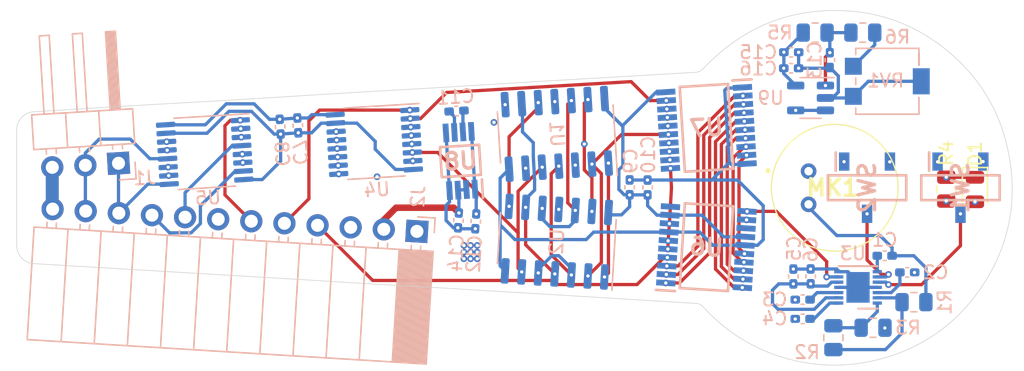
<source format=kicad_pcb>
(kicad_pcb (version 20211014) (generator pcbnew)
  (layers (0 "F.Cu" signal) (1 "In1.Cu" signal) (2 "In2.Cu" signal) (31 "B.Cu" signal) (34 "B.Paste" user) (35 "F.Paste" user) (36 "B.SilkS" user "B.Silkscreen") (37 "F.SilkS" user "F.Silkscreen") (38 "B.Mask" user) (39 "F.Mask" user) (44 "Edge.Cuts" user))
  (net 0 "")
  (net 1 "Net-(C1-Pad2)")
  (net 2 "Net-(C1-Pad1)")
  (net 3 "Net-(C2-Pad1)")
  (net 4 "GND")
  (net 5 "Net-(C3-Pad1)")
  (net 6 "Net-(C4-Pad1)")
  (net 7 "+3V3")
  (net 8 "Net-(C11-Pad1)")
  (net 9 "Net-(C11-Pad2)")
  (net 10 "Net-(C13-Pad1)")
  (net 11 "VDD")
  (net 12 "Net-(D1-Pad1)")
  (net 13 "Net-(D1-Pad2)")
  (net 14 "B2")
  (net 15 "B3")
  (net 17 "CONVST")
  (net 18 "8BIT_SEL")
  (net 19 "BIT_MODE")
  (net 21 "B0")
  (net 22 "B1")
  (net 23 "Q3")
  (net 24 "Net-(U1-Pad11)")
  (net 25 "Net-(R1-Pad2)")
  (net 26 "Net-(R2-Pad1)")
  (net 27 "Net-(R6-Pad2)")
  (net 28 "GAIN_SEL")
  (net 29 "AR_SEL")
  (net 30 "Q4")
  (net 31 "Net-(U1-Pad8)")
  (net 32 "Net-(U1-Pad4)")
  (net 33 "Q5")
  (net 34 "Net-(U1-Pad6)")
  (net 35 "Net-(U1-Pad3)")
  (net 36 "Net-(U1-Pad9)")
  (net 37 "Q6")
  (net 38 "Net-(U4-Pad4)")
  (net 39 "Net-(U1-Pad12)")
  (net 40 "Q7")
  (net 41 "Audio")
  (net 42 "D2")
  (net 43 "D1")
  (net 44 "D0")
  (net 45 "EOC")
  (net 46 "Net-(U4-Pad7)")
  (net 47 "VMID")
  (net 48 "Net-(U4-Pad9)")
  (net 49 "D7")
  (net 50 "D6")
  (net 51 "D5")
  (net 52 "D4")
  (net 53 "D3")
  (net 54 "Q2")
  (net 55 "Q1")
  (net 56 "Q0")
  (net 57 "Net-(U4-Pad12)")
  (footprint "SamacSys_Parts:CMA6542PF" (layer "F.Cu") (at 176.225 112.355)
    (fp_text reference "MK1")
    (fp_text value "Microphone" hide)
  )
  (footprint "LED_SMD:LED_0805_2012Metric" (layer "F.Cu") (at 188.96 113.76 -90)
    (fp_text reference "D1")
    (fp_text value "CLIP")
  )
  (footprint "Resistor_SMD:R_0805_2012Metric" (layer "F.Cu") (at 186.759999 113.729999 -90)
    (fp_text reference "R4")
    (fp_text value "68")
  )
  (footprint "Capacitor_SMD:C_0402_1005Metric_Pad0.74x0.62mm_HandSolder" (layer "B.Cu") (at 177.85 103.85 -90)
    (fp_text reference "C13")
    (fp_text value "1u")
  )
  (footprint "Resistor_SMD:R_0805_2012Metric" (layer "B.Cu") (at 180.375 101.75)
    (fp_text reference "R6")
    (fp_text value "5.6k")
  )
  (footprint "Connector_PinHeader_2.54mm:PinHeader_1x03_P2.54mm_Horizontal" (layer "B.Cu") (at 123.4 111.75 93.5)
    (fp_text reference "J1")
    (fp_text value "UART")
  )
  (footprint "Capacitor_SMD:C_0402_1005Metric_Pad0.74x0.62mm_HandSolder" (layer "B.Cu") (at 175.77 122.19 180)
    (fp_text reference "C3")
    (fp_text value "2.2u")
  )
  (footprint "Capacitor_SMD:C_0402_1005Metric_Pad0.74x0.62mm_HandSolder" (layer "B.Cu") (at 174.9 103.25)
    (fp_text reference "C15")
    (fp_text value ".1u")
  )
  (footprint "Capacitor_SMD:C_0402_1005Metric_Pad0.74x0.62mm_HandSolder" (layer "B.Cu") (at 175.057501 120.414996 90)
    (fp_text reference "C5")
    (fp_text value ".1u")
  )
  (footprint "Capacitor_SMD:C_0402_1005Metric_Pad0.74x0.62mm_HandSolder" (layer "B.Cu") (at 163.9 113.6 90)
    (fp_text reference "C10")
    (fp_text value "1u")
  )
  (footprint "Capacitor_SMD:C_0402_1005Metric_Pad0.74x0.62mm_HandSolder" (layer "B.Cu") (at 150.747145 116.196059 -93.5)
    (fp_text reference "C12")
    (fp_text value "2.2u")
  )
  (footprint "Capacitor_SMD:C_0402_1005Metric_Pad0.74x0.62mm_HandSolder" (layer "B.Cu") (at 149.422145 116.121059 -93.5)
    (fp_text reference "C14")
    (fp_text value "2.2u")
  )
  (footprint "Package_DFN_QFN:DFN-14-1EP_3x3mm_P0.4mm_EP1.78x2.35mm" (layer "B.Cu") (at 180.0075 121.25)
    (fp_text reference "U3")
    (fp_text value "MAX9814")
  )
  (footprint "SamacSys_Parts:SOP65P640X110-20N" (layer "B.Cu") (at 168.403746 109.041183 -176.5)
    (fp_text reference "U7")
    (fp_text value "74HC573PW,118" hide)
  )
  (footprint "Potentiometer_SMD:Potentiometer_Bourns_3214G_Horizontal" (layer "B.Cu") (at 182.25 105.475 180)
    (fp_text reference "RV1")
    (fp_text value "1k")
  )
  (footprint "Capacitor_SMD:C_0402_1005Metric_Pad0.74x0.62mm_HandSolder" (layer "B.Cu") (at 182.0475 118.83)
    (fp_text reference "C1")
    (fp_text value "0.1u")
  )
  (footprint "Resistor_SMD:R_0805_2012Metric" (layer "B.Cu") (at 178.12 125.1 -90)
    (fp_text reference "R2")
    (fp_text value "150k")
  )
  (footprint "Package_SO:TSSOP-16_4.4x5mm_P0.65mm" (layer "B.Cu") (at 142.975 110.125 -176.5)
    (fp_text reference "U4")
    (fp_text value "74CBTLV3257")
  )
  (footprint "Capacitor_SMD:C_0402_1005Metric_Pad0.74x0.62mm_HandSolder" (layer "B.Cu") (at 175.77 123.66 180)
    (fp_text reference "C4")
    (fp_text value "0.1u")
  )
  (footprint "Package_TO_SOT_SMD:SOT-23-5" (layer "B.Cu") (at 176.375 106.75 180)
    (fp_text reference "U9")
    (fp_text value "LMV321")
  )
  (footprint "Connector_PinSocket_2.54mm:PinSocket_1x12_P2.54mm_Horizontal" (layer "B.Cu") (at 146.242501 116.962887 86.5)
    (fp_text reference "J2")
    (fp_text value "Badge")
  )
  (footprint "SamacSys_Parts:SOT175P420X230-3N" (layer "B.Cu") (at 180.7 113.62 -90)
    (fp_text reference "SW2")
    (fp_text value "SW_SPDT_MSM" hide)
  )
  (footprint "Package_SO:SOIC-14_3.9x8.7mm_P1.27mm" (layer "B.Cu") (at 156.95 117.75 86.5)
    (fp_text reference "U2")
    (fp_text value "4081")
  )
  (footprint "Capacitor_SMD:C_0402_1005Metric_Pad0.74x0.62mm_HandSolder" (layer "B.Cu") (at 176.382501 120.407496 90)
    (fp_text reference "C6")
    (fp_text value "1u")
  )
  (footprint "Capacitor_SMD:C_0402_1005Metric_Pad0.74x0.62mm_HandSolder" (layer "B.Cu") (at 174.8925 104.475)
    (fp_text reference "C16")
    (fp_text value "1u")
  )
  (footprint "Capacitor_SMD:C_0402_1005Metric_Pad0.74x0.62mm_HandSolder" (layer "B.Cu") (at 135.775 108.95 -86.5)
    (fp_text reference "C8")
    (fp_text value "1u")
  )
  (footprint "SamacSys_Parts:SOP65P640X120-20N" (layer "B.Cu") (at 168.403746 118.171517 -3.5)
    (fp_text reference "U6")
    (fp_text value "AD7822BRUZ" hide)
  )
  (footprint "Resistor_SMD:R_0805_2012Metric" (layer "B.Cu") (at 184.29 122.38 180)
    (fp_text reference "R1")
    (fp_text value "2.2k")
  )
  (footprint "Capacitor_SMD:C_0402_1005Metric_Pad0.74x0.62mm_HandSolder" (layer "B.Cu") (at 183.78 120.1)
    (fp_text reference "C2")
    (fp_text value "0.47u")
  )
  (footprint "Resistor_SMD:R_0805_2012Metric" (layer "B.Cu") (at 181.16 124.34 180)
    (fp_text reference "R3")
    (fp_text value "100k")
  )
  (footprint "Capacitor_SMD:C_0402_1005Metric_Pad0.74x0.62mm_HandSolder" (layer "B.Cu") (at 149.275 107.75 -176.5)
    (fp_text reference "C11")
    (fp_text value "0.47u")
  )
  (footprint "Package_SO:TSSOP-16_4.4x5mm_P0.65mm" (layer "B.Cu") (at 130 110.9 -176.5)
    (fp_text reference "U5")
    (fp_text value "74CBTLV3257")
  )
  (footprint "Resistor_SMD:R_0805_2012Metric" (layer "B.Cu") (at 176.725 101.75)
    (fp_text reference "R5")
    (fp_text value "10k")
  )
  (footprint "SamacSys_Parts:SOP65P490X110-8N" (layer "B.Cu") (at 149.575 111.575 93.5)
    (fp_text reference "U8")
    (fp_text value "MAX1595EUA33+T" hide)
  )
  (footprint "SamacSys_Parts:SOT175P420X230-3N" (layer "B.Cu") (at 187.85 113.62 -90)
    (fp_text reference "SW1")
    (fp_text value "SW_SPDT_MSM" hide)
  )
  (footprint "Capacitor_SMD:C_0402_1005Metric_Pad0.74x0.62mm_HandSolder" (layer "B.Cu") (at 162.525 113.5925 90)
    (fp_text reference "C9")
    (fp_text value ".1u")
  )
  (footprint "Capacitor_SMD:C_0402_1005Metric_Pad0.74x0.62mm_HandSolder" (layer "B.Cu") (at 137.125 108.85 -86.5)
    (fp_text reference "C7")
    (fp_text value ".1u")
  )
  (footprint "Package_SO:SOIC-14_3.9x8.7mm_P1.27mm" (layer "B.Cu") (at 156.95 109.5 93.5)
    (fp_text reference "U1")
    (fp_text value "74HC86")
  )
  (gr_curve locked (pts (xy 191.592545 111.303813) (xy 192.220978 114.927101) (xy 191.482572 118.287228) (xy 189.408756 121.307614)) (layer "Edge.Cuts") (width 0.05))
  (gr_curve locked (pts (xy 161.066621 105.16878) (xy 163.234696 105.043091) (xy 165.402784 104.913483) (xy 167.570859 104.787796)) (layer "Edge.Cuts") (width 0.05))
  (gr_curve locked (pts (xy 164.583866 122.291499) (xy 162.76338 122.181523) (xy 160.940933 122.065665) (xy 159.118494 121.955679)) (layer "Edge.Cuts") (width 0.05))
  (gr_curve locked (pts (xy 123.451238 119.82295) (xy 122.035307 119.738507) (xy 120.619376 119.654063) (xy 119.203456 119.56962)) (layer "Edge.Cuts") (width 0.05))
  (gr_curve locked (pts (xy 167.570859 104.787796) (xy 167.820272 104.774046) (xy 167.998975 104.677822) (xy 168.17769 104.487332)) (layer "Edge.Cuts") (width 0.05))
  (gr_curve locked (pts (xy 146.084108 121.176113) (xy 146.055196 121.173284) (xy 145.997154 121.170148) (xy 145.997154 121.170148)) (layer "Edge.Cuts") (width 0.05))
  (gr_curve locked (pts (xy 167.694578 122.485919) (xy 166.657679 122.411291) (xy 165.620766 122.356308) (xy 164.583866 122.291499)) (layer "Edge.Cuts") (width 0.05))
  (gr_curve locked (pts (xy 117.742359 107.753199) (xy 120.430852 107.58823) (xy 123.119351 107.423266) (xy 125.809813 107.264194)) (layer "Edge.Cuts") (width 0.05))
  (gr_curve locked (pts (xy 153.935919 121.645399) (xy 151.720717 121.51186) (xy 149.503532 121.378322) (xy 147.288325 121.240847)) (layer "Edge.Cuts") (width 0.05))
  (gr_curve locked (pts (xy 143.843747 121.05035) (xy 142.033089 120.946273) (xy 140.22439 120.826472) (xy 138.413735 120.716497)) (layer "Edge.Cuts") (width 0.05))
  (gr_curve locked (pts (xy 174.656393 126.72585) (xy 172.068054 126.028691) (xy 169.888185 124.655957) (xy 168.087349 122.67445)) (layer "Edge.Cuts") (width 0.05))
  (gr_curve locked (pts (xy 138.413735 120.716497) (xy 136.842666 120.62027) (xy 135.271593 120.526007) (xy 133.698553 120.433701)) (layer "Edge.Cuts") (width 0.05))
  (gr_curve locked (pts (xy 119.203456 119.56962) (xy 118.440097 119.523013) (xy 117.676739 119.476406) (xy 116.907159 119.429279)) (layer "Edge.Cuts") (width 0.05))
  (gr_curve locked (pts (xy 142.590814 106.260674) (xy 144.364164 106.156596) (xy 146.141439 106.066255) (xy 147.914791 105.958245)) (layer "Edge.Cuts") (width 0.05))
  (gr_curve locked (pts (xy 147.288325 121.240847) (xy 146.974835 121.222072) (xy 146.397428 121.206762) (xy 146.084108 121.176113)) (layer "Edge.Cuts") (width 0.05))
  (gr_curve locked (pts (xy 131.204473 106.961766) (xy 132.013577 106.914637) (xy 132.822677 106.859643) (xy 133.633744 106.816446)) (layer "Edge.Cuts") (width 0.05))
  (gr_curve locked (pts (xy 116.907159 119.429279) (xy 116.178257 119.384643) (xy 115.609629 118.78052) (xy 115.609631 118.050246)) (layer "Edge.Cuts") (width 0.05))
  (gr_curve locked (pts (xy 115.609632 109.19018) (xy 115.609628 108.464238) (xy 116.171646 107.864057) (xy 116.895627 107.810773)) (layer "Edge.Cuts") (width 0.05))
  (gr_curve locked (pts (xy 178.745111 100.064764) (xy 181.466987 100.153139) (xy 183.947318 100.995621) (xy 186.140925 102.592222)) (layer "Edge.Cuts") (width 0.05))
  (gr_curve locked (pts (xy 189.408756 121.307614) (xy 187.450814 124.159112) (xy 184.760351 126.00708) (xy 181.376646 126.820115)) (layer "Edge.Cuts") (width 0.05))
  (gr_curve locked (pts (xy 186.140925 102.592222) (xy 189.112213 104.758343) (xy 190.960195 107.666791) (xy 191.592545 111.303813)) (layer "Edge.Cuts") (width 0.05))
  (gr_curve locked (pts (xy 155.811383 105.47122) (xy 157.563139 105.365162) (xy 159.314878 105.270903) (xy 161.066621 105.16878)) (layer "Edge.Cuts") (width 0.05))
  (gr_curve locked (pts (xy 116.895627 107.810773) (xy 117.177805 107.790008) (xy 117.459928 107.770361) (xy 117.742359 107.753199)) (layer "Edge.Cuts") (width 0.05))
  (gr_curve locked (pts (xy 168.087349 122.67445) (xy 167.995055 122.572327) (xy 167.830084 122.497703) (xy 167.694578 122.485919)) (layer "Edge.Cuts") (width 0.05))
  (gr_curve locked (pts (xy 145.997154 121.170148) (xy 145.190714 121.137756) (xy 144.648199 121.094728) (xy 143.843747 121.05035)) (layer "Edge.Cuts") (width 0.05))
  (gr_curve locked (pts (xy 159.118494 121.955679) (xy 157.390316 121.851601) (xy 155.66213 121.749476) (xy 153.935919 121.645399)) (layer "Edge.Cuts") (width 0.05))
  (gr_curve locked (pts (xy 125.809813 107.264194) (xy 127.606722 107.15815) (xy 129.405605 107.063891) (xy 131.204473 106.961766)) (layer "Edge.Cuts") (width 0.05))
  (gr_curve locked (pts (xy 128.775208 120.141093) (xy 126.999901 120.037014) (xy 125.226546 119.929004) (xy 123.451238 119.82295)) (layer "Edge.Cuts") (width 0.05))
  (gr_curve locked (pts (xy 147.914791 105.958245) (xy 150.548298 105.801143) (xy 153.179845 105.63029) (xy 155.811383 105.47122)) (layer "Edge.Cuts") (width 0.05))
  (gr_curve locked (pts (xy 168.17769 104.487332) (xy 171.048822 101.463016) (xy 174.548383 99.92729) (xy 178.745111 100.064764)) (layer "Edge.Cuts") (width 0.05))
  (gr_curve locked (pts (xy 115.609631 118.050246) (xy 115.609631 118.050246) (xy 115.609632 109.19018) (xy 115.609632 109.19018)) (layer "Edge.Cuts") (width 0.05))
  (gr_curve locked (pts (xy 133.633744 106.816446) (xy 136.337954 106.647558) (xy 139.886615 106.421711) (xy 142.590814 106.260674)) (layer "Edge.Cuts") (width 0.05))
  (gr_curve locked (pts (xy 181.376646 126.820115) (xy 179.12806 127.360169) (xy 176.885347 127.326785) (xy 174.656393 126.72585)) (layer "Edge.Cuts") (width 0.05))
  (gr_curve locked (pts (xy 133.698553 120.433701) (xy 132.056786 120.33551) (xy 130.415006 120.239284) (xy 128.775208 120.141093)) (layer "Edge.Cuts") (width 0.05))
  (segment (start 182.615 118.205) (end 181.69 117.28) (width 0.25) (layer "B.Cu") (net 1))
  (segment (start 176.225 115.125) (end 176.225 114.895) (width 0.25) (layer "B.Cu") (net 1))
  (segment (start 182.615 118.83) (end 182.615 118.205) (width 0.25) (layer "B.Cu") (net 1))
  (segment (start 178.38 117.28) (end 176.225 115.125) (width 0.25) (layer "B.Cu") (net 1))
  (segment (start 184.28 118.83) (end 182.615 118.83) (width 0.25) (layer "B.Cu") (net 1))
  (segment (start 185.2025 122.38) (end 185.2025 119.7525) (width 0.25) (layer "B.Cu") (net 1))
  (segment (start 185.2025 119.7525) (end 184.28 118.83) (width 0.25) (layer "B.Cu") (net 1))
  (segment (start 181.69 117.28) (end 178.38 117.28) (width 0.25) (layer "B.Cu") (net 1))
  (segment (start 181.4825 120.05) (end 181.4825 118.8325) (width 0.25) (layer "B.Cu") (net 2))
  (segment (start 181.4825 118.8325) (end 181.48 118.83) (width 0.25) (layer "B.Cu") (net 2))
  (segment (start 181.4825 121.65) (end 182.55 121.65) (width 0.25) (layer "B.Cu") (net 3))
  (segment (start 183.2125 120.9875) (end 183.2125 120.1) (width 0.25) (layer "B.Cu") (net 3))
  (segment (start 182.55 121.65) (end 183.2125 120.9875) (width 0.25) (layer "B.Cu") (net 3))
  (via (at 176.375001 119.847496) (size 0.508) (drill 0.254) (layers "F.Cu" "B.Cu") (net 4))
  (via (at 135.809645 109.520355) (size 0.508) (drill 0.254) (layers "F.Cu" "B.Cu") (net 4))
  (via (at 182.44 111.64) (size 0.508) (drill 0.254) (layers "F.Cu" "B.Cu") (net 4))
  (via (at 162.525 113.025) (size 0.508) (drill 0.254) (layers "F.Cu" "B.Cu") (net 4))
  (via (at 163.8875 113.0325) (size 0.508) (drill 0.254) (layers "F.Cu" "B.Cu") (net 4))
  (via (at 182.06 124.36) (size 0.508) (drill 0.254) (layers "F.Cu" "B.Cu") (net 4))
  (via (at 186.759999 114.642499) (size 0.508) (drill 0.254) (layers "F.Cu" "B.Cu") (net 4))
  (via (at 175.2 123.67) (size 0.508) (drill 0.254) (layers "F.Cu" "B.Cu") (net 4))
  (via (at 175.2 122.2) (size 0.508) (drill 0.254) (layers "F.Cu" "B.Cu") (net 4))
  (via (at 189.58 111.62) (size 0.508) (drill 0.254) (layers "F.Cu" "B.Cu") (net 4))
  (via (at 137.159645 109.416441) (size 0.508) (drill 0.254) (layers "F.Cu" "B.Cu") (net 4))
  (via (at 175.057501 119.847496) (size 0.508) (drill 0.254) (layers "F.Cu" "B.Cu") (net 4))
  (via (at 184.33 120.11) (size 0.508) (drill 0.254) (layers "F.Cu" "B.Cu") (net 4))
  (via (at 175.46 103.2575) (size 0.508) (drill 0.254) (layers "F.Cu" "B.Cu") (net 4))
  (via (at 149.3725 116.6875) (size 0.508) (drill 0.254) (layers "F.Cu" "B.Cu") (net 4))
  (via (at 150.7125 116.7625) (size 0.508) (drill 0.254) (layers "F.Cu" "B.Cu") (net 4))
  (via (at 175.46 104.475) (size 0.508) (drill 0.254) (layers "F.Cu" "B.Cu") (net 4))
  (segment (start 118.329475 112.060127) (end 118.329475 115.232051) (width 1) (layer "B.Cu") (net 4))
  (segment (start 175.46 104.475) (end 175.46 103.2575) (width 0.25) (layer "B.Cu") (net 4))
  (segment (start 178.37202 119.839996) (end 178.5325 120.000476) (width 0.25) (layer "B.Cu") (net 4))
  (segment (start 148.475 116.125) (end 149.0375 116.6875) (width 0.25) (layer "B.Cu") (net 4))
  (segment (start 135.316441 109.516441) (end 133.575 107.775) (width 0.25) (layer "B.Cu") (net 4))
  (segment (start 167.881538 117.018975) (end 168.889047 118.026484) (width 0.25) (layer "B.Cu") (net 4))
  (segment (start 171.157699 105.942278) (end 169.955186 106.00979) (width 0.25) (layer "B.Cu") (net 4))
  (segment (start 176.382501 119.839996) (end 178.37202 119.839996) (width 0.25) (layer "B.Cu") (net 4))
  (segment (start 178.05 106.75) (end 177.5125 106.75) (width 0.25) (layer "B.Cu") (net 4))
  (segment (start 137.159645 109.416441) (end 135.809645 109.516441) (width 0.25) (layer "B.Cu") (net 4))
  (segment (start 143.05 110.675) (end 143.05 110.075) (width 0.25) (layer "B.Cu") (net 4))
  (segment (start 152.612483 119.604261) (end 152.612483 116.462483) (width 0.25) (layer "B.Cu") (net 4))
  (segment (start 178.49952 106.30048) (end 178.49952 105.06702) (width 0.25) (layer "B.Cu") (net 4))
  (segment (start 152.612483 116.462483) (end 152.612483 112.888698) (width 0.25) (layer "B.Cu") (net 4))
  (segment (start 138.183559 109.416441) (end 137.159645 109.416441) (width 0.25) (layer "B.Cu") (net 4))
  (segment (start 175.46 103.2575) (end 175.4675 103.25) (width 0.25) (layer "B.Cu") (net 4))
  (segment (start 138.922218 108.677782) (end 138.183559 109.416441) (width 0.25) (layer "B.Cu") (net 4))
  (segment (start 165.530748 117.018975) (end 159.771025 117.018975) (width 0.25) (layer "B.Cu") (net 4))
  (segment (start 179.525 106.75) (end 177.5125 106.75) (width 0.25) (layer "B.Cu") (net 4))
  (segment (start 175.46 104.475) (end 177.7925 104.475) (width 0.25) (layer "B.Cu") (net 4))
  (segment (start 178.5325 120.05) (end 179.232497 120.05) (width 0.25) (layer "B.Cu") (net 4))
  (segment (start 179.232497 120.05) (end 180.0075 120.825003) (width 0.25) (layer "B.Cu") (net 4))
  (segment (start 170.330186 111.85979) (end 170.155186 111.68479) (width 0.25) (layer "B.Cu") (net 4))
  (segment (start 180.8 105.475) (end 179.65 106.625) (width 0.25) (layer "B.Cu") (net 4))
  (segment (start 152.996011 119.987789) (end 152.612483 119.604261) (width 0.25) (layer "B.Cu") (net 4))
  (segment (start 159.771025 117.018975) (end 159.2 117.59) (width 0.25) (layer "B.Cu") (net 4))
  (segment (start 145.971046 112.221005) (end 144.596005 112.221005) (width 0.25) (layer "B.Cu") (net 4))
  (segment (start 170.7825 113.0325) (end 168.807476 113.0325) (width 0.25) (layer "B.Cu") (net 4))
  (segment (start 172.75 117.6) (end 172.75 115) (width 0.25) (layer "B.Cu") (net 4))
  (segment (start 148.736858 114.713142) (end 148.475 114.975) (width 0.25) (layer "B.Cu") (net 4))
  (segment (start 150.7125 116.7625) (end 149.4625 116.7625) (width 0.25) (layer "B.Cu") (net 4))
  (segment (start 149.0375 116.6875) (end 149.3725 116.6875) (width 0.25) (layer "B.Cu") (net 4))
  (segment (start 140.018635 108.677782) (end 138.922218 108.677782) (width 0.25) (layer "B.Cu") (net 4))
  (segment (start 148.466779 109.426648) (end 148.736858 113.842397) (width 0.25) (layer "B.Cu") (net 4))
  (segment (start 159.2 117.59) (end 153.74 117.59) (width 0.25) (layer "B.Cu") (net 4))
  (segment (start 177.7925 104.475) (end 177.85 104.4175) (width 0.25) (layer "B.Cu") (net 4))
  (segment (start 178.49952 106.30048) (end 178.05 106.75) (width 0.25) (layer "B.Cu") (net 4))
  (segment (start 168.889047 118.026484) (end 171.356107 118.026484) (width 0.25) (layer "B.Cu") (net 4))
  (segment (start 118.329475 115.232051) (end 118.354615 115.257191) (width 1) (layer "B.Cu") (net 4))
  (segment (start 148.736858 113.842397) (end 148.736858 114.713142) (width 0.25) (layer "B.Cu") (net 4))
  (segment (start 141.652782 108.677782) (end 140.018635 108.677782) (width 0.25) (layer "B.Cu") (net 4))
  (segment (start 135.809645 111.590355) (end 135.809645 109.520355) (width 0.25) (layer "B.Cu") (net 4))
  (segment (start 171.514833 111.781367) (end 170.330186 111.85979) (width 0.25) (layer "B.Cu") (net 4))
  (segment (start 178.5325 121.25) (end 180.0075 121.25) (width 0.25) (layer "B.Cu") (net 4))
  (segment (start 181.4825 121.25) (end 180.0075 121.25) (width 0.25) (layer "B.Cu") (net 4))
  (segment (start 184.85 105.475) (end 180.8 105.475) (width 0.25) (layer "B.Cu") (net 4))
  (segment (start 133.575 107.775) (end 131.85 107.775) (width 0.25) (layer "B.Cu") (net 4))
  (segment (start 131.85 107.775) (end 130.172218 109.452782) (width 0.25) (layer "B.Cu") (net 4))
  (segment (start 165.530748 117.018975) (end 167.881538 117.018975) (width 0.25) (layer "B.Cu") (net 4))
  (segment (start 135.809645 109.520355) (end 135.809645 109.516441) (width 0.25) (layer "B.Cu") (net 4))
  (segment (start 132.996046 112.996005) (end 134.403995 112.996005) (width 0.25) (layer "B.Cu") (net 4))
  (segment (start 143.05 110.075) (end 141.652782 108.677782) (width 0.25) (layer "B.Cu") (net 4))
  (segment (start 180.0075 120.825003) (end 180.0075 121.25) (width 0.25) (layer "B.Cu") (net 4))
  (segment (start 176.375001 119.847496) (end 176.382501 119.839996) (width 0.25) (layer "B.Cu") (net 4))
  (segment (start 162.5325 113.0325) (end 162.525 113.025) (width 0.25) (layer "B.Cu") (net 4))
  (segment (start 172.75 115) (end 170.7825 113.0325) (width 0.25) (layer "B.Cu") (net 4))
  (segment (start 148.475 114.975) (end 148.475 116.125) (width 0.25) (layer "B.Cu") (net 4))
  (segment (start 163.9 113.0325) (end 163.8875 113.0325) (width 0.25) (layer "B.Cu") (net 4))
  (segment (start 171.356107 118.026484) (end 172.323516 118.026484) (width 0.25) (layer "B.Cu") (net 4))
  (segment (start 144.596005 112.221005) (end 143.05 110.675) (width 0.25) (layer "B.Cu") (net 4))
  (segment (start 149.4625 116.7625) (end 149.3875 116.6875) (width 0.25) (layer "B.Cu") (net 4))
  (segment (start 152.612483 112.888698) (end 153.298202 112.202979) (width 0.25) (layer "B.Cu") (net 4))
  (segment (start 175.057501 119.847496) (end 176.375001 119.847496) (width 0.25) (layer "B.Cu") (net 4))
  (segment (start 153.74 117.59) (end 152.612483 116.462483) (width 0.25) (layer "B.Cu") (net 4))
  (segment (start 179.65 106.625) (end 179.525 106.75) (width 0.25) (layer "B.Cu") (net 4))
  (segment (start 163.9 113.0325) (end 168.807476 113.0325) (width 0.25) (layer "B.Cu") (net 4))
  (segment (start 170.155186 111.68479) (end 169.805186 106.15979) (width 0.25) (layer "B.Cu") (net 4))
  (segment (start 134.403995 112.996005) (end 135.809645 111.590355) (width 0.25) (layer "B.Cu") (net 4))
  (segment (start 169.955186 106.00979) (end 169.805186 106.15979) (width 0.25) (layer "B.Cu") (net 4))
  (segment (start 149.3725 116.6875) (end 149.3875 116.6875) (width 0.25) (layer "B.Cu") (net 4))
  (segment (start 130.172218 109.452782) (end 127.043635 109.452782) (width 0.25) (layer "B.Cu") (net 4))
  (segment (start 168.807476 113.0325) (end 170.155186 111.68479) (width 0.25) (layer "B.Cu") (net 4))
  (segment (start 178.49952 105.06702) (end 177.85 104.4175) (width 0.25) (layer "B.Cu") (net 4))
  (segment (start 163.8875 113.0325) (end 162.5325 113.0325) (width 0.25) (layer "B.Cu") (net 4))
  (segment (start 135.809645 109.516441) (end 135.316441 109.516441) (width 0.25) (layer "B.Cu") (net 4))
  (segment (start 172.323516 118.026484) (end 172.75 117.6) (width 0.25) (layer "B.Cu") (net 4))
  (segment (start 178.5325 121.65) (end 176.8775 121.65) (width 0.25) (layer "B.Cu") (net 5))
  (segment (start 176.8775 121.65) (end 176.3375 122.19) (width 0.25) (layer "B.Cu") (net 5))
  (segment (start 176.3375 123.66) (end 176.64 123.66) (width 0.25) (layer "B.Cu") (net 6))
  (segment (start 176.64 123.66) (end 177.85 122.45) (width 0.25) (layer "B.Cu") (net 6))
  (segment (start 178.5325 122.45) (end 177.85 122.45) (width 0.25) (layer "B.Cu") (net 6))
  (via (at 149.84 118.55) (size 0.508) (drill 0.254) (layers "F.Cu" "B.Cu") (net 7))
  (via (at 150.35 118.55) (size 0.508) (drill 0.254) (layers "F.Cu" "B.Cu") (net 7))
  (via (at 150.86 118.55) (size 0.508) (drill 0.254) (layers "F.Cu" "B.Cu") (net 7))
  (via (at 175.057501 120.982496) (size 0.508) (drill 0.254) (layers "F.Cu" "B.Cu") (net 7))
  (via (at 178.94 111.63) (size 0.508) (drill 0.254) (layers "F.Cu" "B.Cu") (net 7))
  (via (at 176.382501 120.974996) (size 0.508) (drill 0.254) (layers "F.Cu" "B.Cu") (net 7))
  (via (at 186.1 111.64) (size 0.508) (drill 0.254) (layers "F.Cu" "B.Cu") (net 7))
  (via (at 174.325 104.475) (size 0.508) (drill 0.254) (layers "F.Cu" "B.Cu") (net 7))
  (via (at 150.78179 115.629618) (size 0.508) (drill 0.254) (layers "F.Cu" "B.Cu") (net 7))
  (via (at 149.84 118.04) (size 0.508) (drill 0.254) (layers "F.Cu" "B.Cu") (net 7))
  (via (at 149.84 119.06) (size 0.508) (drill 0.254) (layers "F.Cu" "B.Cu") (net 7))
  (via (at 137.090355 108.283559) (size 0.508) (drill 0.254) (layers "F.Cu" "B.Cu") (net 7))
  (via (at 150.86 118.04) (size 0.508) (drill 0.254) (layers "F.Cu" "B.Cu") (net 7))
  (via (at 135.740355 108.383559) (size 0.508) (drill 0.254) (layers "F.Cu" "B.Cu") (net 7))
  (via (at 150.86 119.06) (size 0.508) (drill 0.254) (layers "F.Cu" "B.Cu") (net 7))
  (via (at 162.525 114.175) (size 0.508) (drill 0.254) (layers "F.Cu" "B.Cu") (net 7))
  (via (at 150.35 118.04) (size 0.508) (drill 0.254) (layers "F.Cu" "B.Cu") (net 7))
  (via (at 150.35 119.06) (size 0.508) (drill 0.254) (layers "F.Cu" "B.Cu") (net 7))
  (via (at 174.3325 103.25) (size 0.508) (drill 0.254) (layers "F.Cu" "B.Cu") (net 7))
  (via (at 163.9 114.1675) (size 0.508) (drill 0.254) (layers "F.Cu" "B.Cu") (net 7))
  (segment (start 131.65 107.2) (end 130.046005 108.803995) (width 0.25) (layer "B.Cu") (net 7))
  (segment (start 162.11 114.16) (end 161.7 113.75) (width 0.25) (layer "B.Cu") (net 7))
  (segment (start 162.5325 114.1675) (end 162.525 114.16) (width 0.25) (layer "B.Cu") (net 7))
  (segment (start 162.525 114.175) (end 162.525 115.075) (width 0.25) (layer "B.Cu") (net 7))
  (segment (start 127.003954 108.803995) (end 127.003954 108.771046) (width 0.25) (layer "B.Cu") (net 7))
  (segment (start 175.8125 101.77) (end 174.3325 103.25) (width 0.25) (layer "B.Cu") (net 7))
  (segment (start 133.775 107.2) (end 131.65 107.2) (width 0.25) (layer "B.Cu") (net 7))
  (segment (start 162.525 114.16) (end 162.11 114.16) (width 0.25) (layer "B.Cu") (net 7))
  (segment (start 161.7 113.75) (end 161.7 112.25) (width 0.25) (layer "B.Cu") (net 7))
  (segment (start 137.090355 108.283559) (end 135.740355 108.383559) (width 0.25) (layer "B.Cu") (net 7))
  (segment (start 178.5325 120.85) (end 177.982497 120.85) (width 0.25) (layer "B.Cu") (net 7))
  (segment (start 161.091778 115.7) (end 160.903989 115.512211) (width 0.25) (layer "B.Cu") (net 7))
  (segment (start 174.3325 103.25) (end 174.3325 104.4675) (width 0.25) (layer "B.Cu") (net 7))
  (segment (start 163.9 114.1675) (end 162.5325 114.1675) (width 0.25) (layer "B.Cu") (net 7))
  (segment (start 162.525 115.075) (end 161.9 115.7) (width 0.25) (layer "B.Cu") (net 7))
  (segment (start 163.9 115) (end 163.9 114.1675) (width 0.25) (layer "B.Cu") (net 7))
  (segment (start 177.682501 121.149996) (end 176.557501 121.149996) (width 0.25) (layer "B.Cu") (net 7))
  (segment (start 175.2375 105.8) (end 174.325 104.8875) (width 0.25) (layer "B.Cu") (net 7))
  (segment (start 176.375001 120.982496) (end 176.382501 120.974996) (width 0.25) (layer "B.Cu") (net 7))
  (segment (start 176.557501 121.149996) (end 176.382501 120.974996) (width 0.25) (layer "B.Cu") (net 7))
  (segment (start 161.7 112.25) (end 162.006656 111.943344) (width 0.25) (layer "B.Cu") (net 7))
  (segment (start 176.66 122.93) (end 173.89 122.93) (width 0.25) (layer "B.Cu") (net 7))
  (segment (start 150.413142 109.307603) (end 150.683221 113.723352) (width 0.25) (layer "B.Cu") (net 7))
  (segment (start 135.740355 108.383559) (end 134.958559 108.383559) (width 0.25) (layer "B.Cu") (net 7))
  (segment (start 174.3325 104.4675) (end 174.325 104.475) (width 0.25) (layer "B.Cu") (net 7))
  (segment (start 150.78179 113.821921) (end 150.683221 113.723352) (width 0.25) (layer "B.Cu") (net 7))
  (segment (start 138.196005 108.028995) (end 139.978954 108.028995) (width 0.25) (layer "B.Cu") (net 7))
  (segment (start 137.090355 108.283559) (end 137.941441 108.283559) (width 0.25) (layer "B.Cu") (net 7))
  (segment (start 173.46 122.5) (end 173.46 121.46) (width 0.25) (layer "B.Cu") (net 7))
  (segment (start 165.292659 106.300999) (end 164.553781 106.300999) (width 0.25) (layer "B.Cu") (net 7))
  (segment (start 168.058963 115.7214) (end 169.715259 117.377696) (width 0.25) (layer "B.Cu") (net 7))
  (segment (start 137.941441 108.283559) (end 138.196005 108.028995) (width 0.25) (layer "B.Cu") (net 7))
  (segment (start 177.982497 120.85) (end 177.682501 121.149996) (width 0.25) (layer "B.Cu") (net 7))
  (segment (start 174.325 104.8875) (end 174.325 104.475) (width 0.25) (layer "B.Cu") (net 7))
  (segment (start 175.057501 120.982496) (end 176.375001 120.982496) (width 0.25) (layer "B.Cu") (net 7))
  (segment (start 164.553781 106.300999) (end 162.006656 108.848124) (width 0.25) (layer "B.Cu") (net 7))
  (segment (start 162.006656 111.943344) (end 162.006656 108.931656) (width 0.25) (layer "B.Cu") (net 7))
  (segment (start 169.715259 117.377696) (end 171.395788 117.377696) (width 0.25) (layer "B.Cu") (net 7))
  (segment (start 173.89 122.93) (end 173.46 122.5) (width 0.25) (layer "B.Cu") (net 7))
  (segment (start 165.610111 115.7214) (end 164.6214 115.7214) (width 0.25) (layer "B.Cu") (net 7))
  (segment (start 173.46 121.46) (end 173.937504 120.982496) (width 0.25) (layer "B.Cu") (net 7))
  (segment (start 160.601798 107.526798) (end 162.006656 108.931656) (width 0.25) (layer "B.Cu") (net 7))
  (segment (start 160.601798 106.797021) (end 160.601798 107.526798) (width 0.25) (layer "B.Cu") (net 7))
  (segment (start 134.958559 108.383559) (end 133.775 107.2) (width 0.25) (layer "B.Cu") (net 7))
  (segment (start 175.8125 101.75) (end 175.8125 101.77) (width 0.25) (layer "B.Cu") (net 7))
  (segment (start 173.937504 120.982496) (end 175.057501 120.982496) (width 0.25) (layer "B.Cu") (net 7))
  (segment (start 164.6214 115.7214) (end 163.9 115) (width 0.25) (layer "B.Cu") (net 7))
  (segment (start 178.5325 122.05) (end 177.54 122.05) (width 0.25) (layer "B.Cu") (net 7))
  (segment (start 162.525 114.16) (end 162.525 114.175) (width 0.25) (layer "B.Cu") (net 7))
  (segment (start 177.54 122.05) (end 176.66 122.93) (width 0.25) (layer "B.Cu") (net 7))
  (segment (start 150.78179 115.629618) (end 150.78179 113.821921) (width 0.25) (layer "B.Cu") (net 7))
  (segment (start 162.006656 108.848124) (end 162.006656 108.931656) (width 0.25) (layer "B.Cu") (net 7))
  (segment (start 165.610111 115.7214) (end 168.058963 115.7214) (width 0.25) (layer "B.Cu") (net 7))
  (segment (start 130.046005 108.803995) (end 127.003954 108.803995) (width 0.25) (layer "B.Cu") (net 7))
  (segment (start 161.9 115.7) (end 161.091778 115.7) (width 0.25) (layer "B.Cu") (net 7))
  (segment (start 149.764354 107.792442) (end 149.841441 107.715355) (width 0.25) (layer "B.Cu") (net 8))
  (segment (start 149.764354 109.347285) (end 149.764354 107.792442) (width 0.25) (layer "B.Cu") (net 8))
  (segment (start 149.115567 109.386967) (end 149.115567 108.191653) (width 0.25) (layer "B.Cu") (net 9))
  (segment (start 149.115567 108.191653) (end 148.708559 107.784645) (width 0.25) (layer "B.Cu") (net 9))
  (segment (start 177.5125 103.62) (end 177.85 103.2825) (width 0.25) (layer "F.Cu") (net 10))
  (segment (start 177.5125 105.8) (end 177.5125 103.62) (width 0.25) (layer "F.Cu") (net 10))
  (via (at 177.5125 105.8) (size 0.508) (drill 0.254) (layers "F.Cu" "B.Cu") (net 10))
  (via (at 177.85 103.2825) (size 0.508) (drill 0.254) (layers "F.Cu" "B.Cu") (net 10))
  (segment (start 177.85 101.9625) (end 177.6375 101.75) (width 0.25) (layer "B.Cu") (net 10))
  (segment (start 179.4625 101.75) (end 177.6375 101.75) (width 0.25) (layer "B.Cu") (net 10))
  (segment (start 177.85 103.2825) (end 177.85 101.9625) (width 0.25) (layer "B.Cu") (net 10))
  (segment (start 149.052172 115.15) (end 149.45679 115.554618) (width 0.5) (layer "F.Cu") (net 11))
  (segment (start 143.707239 116.092761) (end 144.65 115.15) (width 0.5) (layer "F.Cu") (net 11))
  (segment (start 143.707239 116.807824) (end 143.707239 116.092761) (width 0.5) (layer "F.Cu") (net 11))
  (segment (start 144.65 115.15) (end 149.052172 115.15) (width 0.5) (layer "F.Cu") (net 11))
  (via (at 149.45679 115.554618) (size 0.508) (drill 0.254) (layers "F.Cu" "B.Cu") (net 11))
  (segment (start 149.45679 113.873859) (end 149.385646 113.802715) (width 0.25) (layer "B.Cu") (net 11))
  (segment (start 150.034433 113.763033) (end 149.385646 113.802715) (width 0.25) (layer "B.Cu") (net 11))
  (segment (start 149.45679 115.554618) (end 149.45679 113.873859) (width 0.25) (layer "B.Cu") (net 11))
  (segment (start 186.765 112.8225) (end 186.759999 112.817499) (width 0.25) (layer "F.Cu") (net 12))
  (segment (start 188.96 112.8225) (end 186.765 112.8225) (width 0.25) (layer "F.Cu") (net 12))
  (via (at 186.759999 112.817499) (size 0.508) (drill 0.254) (layers "F.Cu" "B.Cu") (net 12))
  (via (at 188.96 114.6975) (size 0.508) (drill 0.254) (layers "F.Cu" "B.Cu") (net 13))
  (via (at 157.101095 115.279616) (size 0.508) (drill 0.254) (layers "F.Cu" "B.Cu") (net 13))
  (segment (start 123.4 111.75) (end 123.4 115.542177) (width 0.25) (layer "B.Cu") (net 14))
  (segment (start 127.281725 113.345508) (end 125.646949 113.345508) (width 0.25) (layer "B.Cu") (net 14))
  (segment (start 125.646949 113.345508) (end 123.42514 115.567317) (width 0.25) (layer "B.Cu") (net 14))
  (segment (start 123.4 115.542177) (end 123.42514 115.567317) (width 0.25) (layer "B.Cu") (net 14))
  (segment (start 120.864738 115.387115) (end 120.889877 115.412254) (width 0.25) (layer "B.Cu") (net 15))
  (segment (start 125.799145 111.399145) (end 124.3 109.9) (width 0.25) (layer "B.Cu") (net 15))
  (segment (start 121.925 109.9) (end 120.864738 110.960262) (width 0.25) (layer "B.Cu") (net 15))
  (segment (start 124.3 109.9) (end 121.925 109.9) (width 0.25) (layer "B.Cu") (net 15))
  (segment (start 120.864738 111.905063) (end 120.864738 115.387115) (width 0.25) (layer "B.Cu") (net 15))
  (segment (start 127.16268 111.399145) (end 125.799145 111.399145) (width 0.25) (layer "B.Cu") (net 15))
  (segment (start 120.864738 110.960262) (end 120.864738 111.905063) (width 0.25) (layer "B.Cu") (net 15))
  (segment (start 142.86038 120.721363) (end 156.481745 120.721363) (width 0.25) (layer "F.Cu") (net 17))
  (segment (start 163.09351 121.03149) (end 165.159662 118.965338) (width 0.25) (layer "F.Cu") (net 17))
  (segment (start 156.791872 121.03149) (end 163.09351 121.03149) (width 0.25) (layer "F.Cu") (net 17))
  (segment (start 138.636714 116.497697) (end 142.86038 120.721363) (width 0.25) (layer "F.Cu") (net 17))
  (segment (start 156.481745 120.721363) (end 156.791872 121.03149) (width 0.25) (layer "F.Cu") (net 17))
  (segment (start 165.159662 118.965338) (end 165.411704 118.965338) (width 0.25) (layer "F.Cu") (net 17))
  (via (at 165.411704 118.965338) (size 0.508) (drill 0.254) (layers "F.Cu" "B.Cu") (net 17))
  (segment (start 145.693275 107.679492) (end 138.795508 107.679492) (width 0.25) (layer "F.Cu") (net 18))
  (segment (start 138.795508 107.679492) (end 137.975 108.5) (width 0.25) (layer "F.Cu") (net 18))
  (segment (start 137.975 114.469085) (end 136.101451 116.342634) (width 0.25) (layer "F.Cu") (net 18))
  (segment (start 137.975 108.5) (end 137.975 114.469085) (width 0.25) (layer "F.Cu") (net 18))
  (via (at 145.693275 107.679492) (size 0.508) (drill 0.254) (layers "F.Cu" "B.Cu") (net 18))
  (segment (start 131.55 114.171382) (end 133.566189 116.187571) (width 0.25) (layer "F.Cu") (net 19))
  (segment (start 131.970508 108.454492) (end 131.55 108.875) (width 0.25) (layer "F.Cu") (net 19))
  (segment (start 132.718275 108.454492) (end 131.970508 108.454492) (width 0.25) (layer "F.Cu") (net 19))
  (segment (start 131.55 108.875) (end 131.55 114.171382) (width 0.25) (layer "F.Cu") (net 19))
  (via (at 132.718275 108.454492) (size 0.508) (drill 0.254) (layers "F.Cu" "B.Cu") (net 19))
  (segment (start 128.495664 114.004336) (end 128.495664 115.877444) (width 0.25) (layer "B.Cu") (net 21))
  (segment (start 132.83732 110.400855) (end 132.811465 110.375) (width 0.25) (layer "B.Cu") (net 21))
  (segment (start 132.125 110.375) (end 128.495664 114.004336) (width 0.25) (layer "B.Cu") (net 21))
  (segment (start 132.811465 110.375) (end 132.125 110.375) (width 0.25) (layer "B.Cu") (net 21))
  (segment (start 127.313021 117.075) (end 125.960402 115.722381) (width 0.25) (layer "B.Cu") (net 22))
  (segment (start 129.670175 116.363943) (end 128.959118 117.075) (width 0.25) (layer "B.Cu") (net 22))
  (segment (start 132.956365 112.347218) (end 132.327099 112.347218) (width 0.25) (layer "B.Cu") (net 22))
  (segment (start 132.327099 112.347218) (end 129.670175 115.004142) (width 0.25) (layer "B.Cu") (net 22))
  (segment (start 128.959118 117.075) (end 127.313021 117.075) (width 0.25) (layer "B.Cu") (net 22))
  (segment (start 129.670175 115.004142) (end 129.670175 116.363943) (width 0.25) (layer "B.Cu") (net 22))
  (segment (start 160.903989 111.737789) (end 160.903989 120.150788) (width 0.25) (layer "F.Cu") (net 23))
  (segment (start 160.903989 120.150788) (end 160.601798 120.452979) (width 0.25) (layer "F.Cu") (net 23))
  (via (at 165.451385 108.89615) (size 0.508) (drill 0.254) (layers "F.Cu" "B.Cu") (net 23))
  (via (at 140.058317 109.32657) (size 0.508) (drill 0.254) (layers "F.Cu" "B.Cu") (net 23))
  (via (at 160.903989 111.737789) (size 0.508) (drill 0.254) (layers "F.Cu" "B.Cu") (net 23))
  (via (at 160.601798 120.452979) (size 0.508) (drill 0.254) (layers "F.Cu" "B.Cu") (net 23))
  (via (at 156.798905 107.029616) (size 0.508) (drill 0.254) (layers "F.Cu" "B.Cu") (net 24))
  (via (at 127.083317 110.10157) (size 0.508) (drill 0.254) (layers "F.Cu" "B.Cu") (net 24))
  (segment (start 182.1075 126.0125) (end 178.12 126.0125) (width 0.25) (layer "B.Cu") (net 25))
  (segment (start 183.0475 122.05) (end 183.3775 122.38) (width 0.25) (layer "B.Cu") (net 25))
  (segment (start 183.375 122.3825) (end 183.3775 122.38) (width 0.25) (layer "B.Cu") (net 25))
  (segment (start 183.375 124.745) (end 183.375 122.3825) (width 0.25) (layer "B.Cu") (net 25))
  (segment (start 183.375 124.745) (end 182.1075 126.0125) (width 0.25) (layer "B.Cu") (net 25))
  (segment (start 181.4825 122.05) (end 183.0475 122.05) (width 0.25) (layer "B.Cu") (net 25))
  (segment (start 181.4825 122.45) (end 181.4825 123.105) (width 0.25) (layer "B.Cu") (net 26))
  (segment (start 180.2475 124.34) (end 178.2725 124.34) (width 0.25) (layer "B.Cu") (net 26))
  (segment (start 181.4825 123.105) (end 180.2475 124.34) (width 0.25) (layer "B.Cu") (net 26))
  (segment (start 178.2725 124.34) (end 178.12 124.1875) (width 0.25) (layer "B.Cu") (net 26))
  (segment (start 179.65 104.325) (end 181.2875 102.6875) (width 0.25) (layer "B.Cu") (net 27))
  (segment (start 181.2875 102.6875) (end 181.2875 101.75) (width 0.25) (layer "B.Cu") (net 27))
  (segment (start 187.85 118.06) (end 184.87 121.04) (width 0.25) (layer "F.Cu") (net 28))
  (segment (start 187.85 115.62) (end 187.85 118.06) (width 0.25) (layer "F.Cu") (net 28))
  (segment (start 184.87 121.04) (end 182.34 121.04) (width 0.25) (layer "F.Cu") (net 28))
  (via (at 187.85 115.62) (size 0.508) (drill 0.254) (layers "F.Cu" "B.Cu") (net 28))
  (via (at 182.34 121.04) (size 0.508) (drill 0.254) (layers "F.Cu" "B.Cu") (net 28))
  (segment (start 181.4825 120.85) (end 182.15 120.85) (width 0.25) (layer "B.Cu") (net 28))
  (segment (start 182.15 120.85) (end 182.34 121.04) (width 0.25) (layer "B.Cu") (net 28))
  (segment (start 182.34 120.26) (end 181.81 120.26) (width 0.25) (layer "F.Cu") (net 29))
  (segment (start 180.7 119.15) (end 180.7 115.62) (width 0.25) (layer "F.Cu") (net 29))
  (segment (start 181.81 120.26) (end 180.7 119.15) (width 0.25) (layer "F.Cu") (net 29))
  (via (at 182.34 120.26) (size 0.508) (drill 0.254) (layers "F.Cu" "B.Cu") (net 29))
  (via (at 180.7 115.62) (size 0.508) (drill 0.254) (layers "F.Cu" "B.Cu") (net 29))
  (segment (start 181.4825 120.45) (end 182.15 120.45) (width 0.25) (layer "B.Cu") (net 29))
  (segment (start 182.15 120.45) (end 182.34 120.26) (width 0.25) (layer "B.Cu") (net 29))
  (segment (start 159.636358 111.81532) (end 161.906741 109.544937) (width 0.25) (layer "F.Cu") (net 30))
  (segment (start 160.360869 112.539831) (end 159.636358 111.81532) (width 0.25) (layer "F.Cu") (net 30))
  (segment (start 159.334167 120.375447) (end 160.360869 119.348745) (width 0.25) (layer "F.Cu") (net 30))
  (segment (start 160.360869 119.348745) (end 160.360869 112.539831) (width 0.25) (layer "F.Cu") (net 30))
  (segment (start 161.906741 109.544937) (end 165.491067 109.544937) (width 0.25) (layer "F.Cu") (net 30))
  (via (at 165.491067 109.544937) (size 0.508) (drill 0.254) (layers "F.Cu" "B.Cu") (net 30))
  (via (at 159.636358 111.81532) (size 0.508) (drill 0.254) (layers "F.Cu" "B.Cu") (net 30))
  (via (at 145.772639 108.977067) (size 0.508) (drill 0.254) (layers "F.Cu" "B.Cu") (net 30))
  (via (at 159.334167 120.375447) (size 0.508) (drill 0.254) (layers "F.Cu" "B.Cu") (net 30))
  (via (at 127.202361 112.047933) (size 0.508) (drill 0.254) (layers "F.Cu" "B.Cu") (net 31))
  (via (at 152.996011 107.262211) (size 0.508) (drill 0.254) (layers "F.Cu" "B.Cu") (net 31))
  (segment (start 156.522584 112.548895) (end 156.522584 118.753963) (width 0.25) (layer "F.Cu") (net 32))
  (segment (start 157.101095 111.970384) (end 156.522584 112.548895) (width 0.25) (layer "F.Cu") (net 32))
  (segment (start 156.522584 118.753963) (end 158.066536 120.297915) (width 0.25) (layer "F.Cu") (net 32))
  (via (at 155.531274 120.142852) (size 0.508) (drill 0.254) (layers "F.Cu" "B.Cu") (net 32))
  (via (at 157.101095 111.970384) (size 0.508) (drill 0.254) (layers "F.Cu" "B.Cu") (net 32))
  (via (at 158.066536 120.297915) (size 0.508) (drill 0.254) (layers "F.Cu" "B.Cu") (net 32))
  (segment (start 158.066536 120.297915) (end 158.066536 119.786836) (width 0.25) (layer "B.Cu") (net 32))
  (segment (start 157.1047 118.825) (end 156.575526 118.825) (width 0.25) (layer "B.Cu") (net 32))
  (segment (start 155.531274 119.869252) (end 155.531274 120.142852) (width 0.25) (layer "B.Cu") (net 32))
  (segment (start 158.066536 119.786836) (end 157.1047 118.825) (width 0.25) (layer "B.Cu") (net 32))
  (segment (start 156.575526 118.825) (end 155.531274 119.869252) (width 0.25) (layer "B.Cu") (net 32))
  (segment (start 153.987322 119.789) (end 154.263642 120.06532) (width 0.25) (layer "F.Cu") (net 33))
  (segment (start 155.833464 112.047915) (end 153.987322 113.894057) (width 0.25) (layer "F.Cu") (net 33))
  (segment (start 153.987322 117.077322) (end 153.987322 119.789) (width 0.25) (layer "F.Cu") (net 33))
  (segment (start 153.987322 113.894057) (end 153.987322 117.077322) (width 0.25) (layer "F.Cu") (net 33))
  (segment (start 145.891683 110.92343) (end 147.83343 110.92343) (width 0.25) (layer "F.Cu") (net 33))
  (segment (start 147.83343 110.92343) (end 153.987322 117.077322) (width 0.25) (layer "F.Cu") (net 33))
  (via (at 155.833464 112.047915) (size 0.508) (drill 0.254) (layers "F.Cu" "B.Cu") (net 33))
  (via (at 145.891683 110.92343) (size 0.508) (drill 0.254) (layers "F.Cu" "B.Cu") (net 33))
  (via (at 154.263642 120.06532) (size 0.508) (drill 0.254) (layers "F.Cu" "B.Cu") (net 33))
  (via (at 165.530748 110.193725) (size 0.508) (drill 0.254) (layers "F.Cu" "B.Cu") (net 33))
  (segment (start 154.263642 120.06532) (end 154.263642 119.286358) (width 0.25) (layer "B.Cu") (net 33))
  (via (at 132.877002 111.049642) (size 0.508) (drill 0.254) (layers "F.Cu" "B.Cu") (net 34))
  (via (at 143.19 112.78) (size 0.508) (drill 0.254) (layers "F.Cu" "B.Cu") (net 34))
  (via (at 154.565833 112.125447) (size 0.508) (drill 0.254) (layers "F.Cu" "B.Cu") (net 34))
  (via (at 158.368726 111.892852) (size 0.508) (drill 0.254) (layers "F.Cu" "B.Cu") (net 35))
  (via (at 132.757957 109.10328) (size 0.508) (drill 0.254) (layers "F.Cu" "B.Cu") (net 35))
  (segment (start 154.565833 117.987312) (end 154.565833 115.124553) (width 0.25) (layer "F.Cu") (net 36))
  (segment (start 156.798905 120.220384) (end 154.565833 117.987312) (width 0.25) (layer "F.Cu") (net 36))
  (via (at 156.798905 120.220384) (size 0.508) (drill 0.254) (layers "F.Cu" "B.Cu") (net 36))
  (via (at 154.565833 115.124553) (size 0.508) (drill 0.254) (layers "F.Cu" "B.Cu") (net 36))
  (segment (start 154.325 107.246038) (end 154.263642 107.18468) (width 0.25) (layer "B.Cu") (net 36))
  (segment (start 155.25 113.025) (end 155.15 111.2) (width 0.25) (layer "B.Cu") (net 36))
  (segment (start 154.565833 114.484167) (end 155.25 113.8) (width 0.25) (layer "B.Cu") (net 36))
  (segment (start 155.15 110.175) (end 154.325 109.35) (width 0.25) (layer "B.Cu") (net 36))
  (segment (start 154.565833 115.124553) (end 154.565833 114.484167) (width 0.25) (layer "B.Cu") (net 36))
  (segment (start 155.25 113.8) (end 155.25 113.025) (width 0.25) (layer "B.Cu") (net 36))
  (segment (start 154.325 109.35) (end 154.325 107.246038) (width 0.25) (layer "B.Cu") (net 36))
  (segment (start 155.15 111.2) (end 155.15 110.175) (width 0.25) (layer "B.Cu") (net 36))
  (segment (start 155.531274 107.488726) (end 155.531274 107.107148) (width 0.25) (layer "F.Cu") (net 37))
  (segment (start 153.298202 115.047021) (end 153.298202 109.721798) (width 0.25) (layer "F.Cu") (net 37))
  (segment (start 153.298202 109.721798) (end 155.531274 107.488726) (width 0.25) (layer "F.Cu") (net 37))
  (via (at 140.217043 111.92172) (size 0.508) (drill 0.254) (layers "F.Cu" "B.Cu") (net 37))
  (via (at 153.298202 115.047021) (size 0.508) (drill 0.254) (layers "F.Cu" "B.Cu") (net 37))
  (via (at 155.531274 107.107148) (size 0.508) (drill 0.254) (layers "F.Cu" "B.Cu") (net 37))
  (via (at 165.57043 110.842513) (size 0.508) (drill 0.254) (layers "F.Cu" "B.Cu") (net 37))
  (segment (start 153.298202 115.047021) (end 153.298202 114.401798) (width 0.25) (layer "B.Cu") (net 37))
  (via (at 132.797639 109.752067) (size 0.508) (drill 0.254) (layers "F.Cu" "B.Cu") (net 38))
  (via (at 145.81232 109.625855) (size 0.508) (drill 0.254) (layers "F.Cu" "B.Cu") (net 38))
  (segment (start 157.790215 107.228406) (end 158.066536 106.952085) (width 0.25) (layer "F.Cu") (net 39))
  (segment (start 157.790215 114.778637) (end 157.790215 107.228406) (width 0.25) (layer "F.Cu") (net 39))
  (segment (start 158.368726 115.357148) (end 157.790215 114.778637) (width 0.25) (layer "F.Cu") (net 39))
  (via (at 158.066536 106.952085) (size 0.508) (drill 0.254) (layers "F.Cu" "B.Cu") (net 39))
  (via (at 158.368726 115.357148) (size 0.508) (drill 0.254) (layers "F.Cu" "B.Cu") (net 39))
  (via (at 155.833464 115.202085) (size 0.508) (drill 0.254) (layers "F.Cu" "B.Cu") (net 39))
  (segment (start 158.368726 116.131274) (end 158.368726 115.357148) (width 0.25) (layer "B.Cu") (net 39))
  (segment (start 155.833464 115.202085) (end 155.833464 116.008464) (width 0.25) (layer "B.Cu") (net 39))
  (segment (start 156.422868 116.597868) (end 157.902132 116.597868) (width 0.25) (layer "B.Cu") (net 39))
  (segment (start 157.902132 116.597868) (end 158.368726 116.131274) (width 0.25) (layer "B.Cu") (net 39))
  (segment (start 155.833464 116.008464) (end 156.422868 116.597868) (width 0.25) (layer "B.Cu") (net 39))
  (segment (start 159.636358 115.43468) (end 159.636358 112.839934) (width 0.25) (layer "F.Cu") (net 40))
  (segment (start 159.057847 107.150873) (end 159.334167 106.874553) (width 0.25) (layer "F.Cu") (net 40))
  (segment (start 159.057847 110.292153) (end 159.057847 107.150873) (width 0.25) (layer "F.Cu") (net 40))
  (segment (start 159.057847 112.261423) (end 159.057847 110.292153) (width 0.25) (layer "F.Cu") (net 40))
  (segment (start 159.636358 112.839934) (end 159.057847 112.261423) (width 0.25) (layer "F.Cu") (net 40))
  (via (at 165.610111 111.4913) (size 0.508) (drill 0.254) (layers "F.Cu" "B.Cu") (net 40))
  (via (at 140.097998 109.975358) (size 0.508) (drill 0.254) (layers "F.Cu" "B.Cu") (net 40))
  (via (at 159.636358 115.43468) (size 0.508) (drill 0.254) (layers "F.Cu" "B.Cu") (net 40))
  (via (at 159.057847 110.275) (size 0.508) (drill 0.254) (layers "F.Cu" "B.Cu") (net 40))
  (via (at 159.334167 106.874553) (size 0.508) (drill 0.254) (layers "F.Cu" "B.Cu") (net 40))
  (segment (start 171.514833 115.431333) (end 173.761333 115.431333) (width 0.25) (layer "F.Cu") (net 41))
  (segment (start 177.557501 120.399996) (end 177.607501 120.449996) (width 0.25) (layer "F.Cu") (net 41))
  (segment (start 173.761333 115.431333) (end 177.607501 119.277501) (width 0.25) (layer "F.Cu") (net 41))
  (segment (start 177.607501 119.277501) (end 177.607501 120.449996) (width 0.25) (layer "F.Cu") (net 41))
  (via (at 171.514833 115.431333) (size 0.508) (drill 0.254) (layers "F.Cu" "B.Cu") (net 41))
  (via (at 177.607501 120.449996) (size 0.508) (drill 0.254) (layers "F.Cu" "B.Cu") (net 41))
  (segment (start 177.607501 120.449996) (end 178.532496 120.449996) (width 0.25) (layer "B.Cu") (net 41))
  (segment (start 178.532496 120.449996) (end 178.5325 120.45) (width 0.25) (layer "B.Cu") (net 41))
  (segment (start 168.64904 118.606607) (end 168.64904 109.777467) (width 0.25) (layer "F.Cu") (net 42))
  (segment (start 165.292659 120.911701) (end 166.343946 120.911701) (width 0.25) (layer "F.Cu") (net 42))
  (segment (start 170.537866 107.888641) (end 171.276744 107.888641) (width 0.25) (layer "F.Cu") (net 42))
  (segment (start 166.343946 120.911701) (end 168.64904 118.606607) (width 0.25) (layer "F.Cu") (net 42))
  (segment (start 168.64904 109.777467) (end 170.537866 107.888641) (width 0.25) (layer "F.Cu") (net 42))
  (via (at 165.292659 120.911701) (size 0.508) (drill 0.254) (layers "F.Cu" "B.Cu") (net 42))
  (via (at 171.276744 107.888641) (size 0.508) (drill 0.254) (layers "F.Cu" "B.Cu") (net 42))
  (segment (start 170.550936 107.239853) (end 171.237062 107.239853) (width 0.25) (layer "F.Cu") (net 43))
  (segment (start 168.19952 118.281127) (end 168.19952 109.591269) (width 0.25) (layer "F.Cu") (net 43))
  (segment (start 165.332341 120.262913) (end 166.217734 120.262913) (width 0.25) (layer "F.Cu") (net 43))
  (segment (start 166.217734 120.262913) (end 168.19952 118.281127) (width 0.25) (layer "F.Cu") (net 43))
  (segment (start 168.19952 109.591269) (end 170.550936 107.239853) (width 0.25) (layer "F.Cu") (net 43))
  (via (at 165.332341 120.262913) (size 0.508) (drill 0.254) (layers "F.Cu" "B.Cu") (net 43))
  (via (at 171.237062 107.239853) (size 0.508) (drill 0.254) (layers "F.Cu" "B.Cu") (net 43))
  (segment (start 166.230804 119.614125) (end 165.372022 119.614125) (width 0.25) (layer "F.Cu") (net 44))
  (segment (start 170.564005 106.591066) (end 167.75 109.405071) (width 0.25) (layer "F.Cu") (net 44))
  (segment (start 167.75 118.094929) (end 166.230804 119.614125) (width 0.25) (layer "F.Cu") (net 44))
  (segment (start 167.75 109.405071) (end 167.75 118.094929) (width 0.25) (layer "F.Cu") (net 44))
  (segment (start 171.197381 106.591066) (end 170.564005 106.591066) (width 0.25) (layer "F.Cu") (net 44))
  (via (at 171.197381 106.591066) (size 0.508) (drill 0.254) (layers "F.Cu" "B.Cu") (net 44))
  (via (at 165.372022 119.614125) (size 0.508) (drill 0.254) (layers "F.Cu" "B.Cu") (net 44))
  (segment (start 165.451385 117.707445) (end 165.473197 117.685634) (width 0.25) (layer "F.Cu") (net 45))
  (segment (start 165.451385 118.31655) (end 165.473197 117.685634) (width 0.25) (layer "F.Cu") (net 45))
  (segment (start 165.473197 117.685634) (end 165.491067 117.667763) (width 0.25) (layer "F.Cu") (net 45))
  (segment (start 165.57043 116.370187) (end 165.728746 113.616183) (width 0.25) (layer "F.Cu") (net 45))
  (segment (start 165.649793 112.140088) (end 165.728746 113.616183) (width 0.25) (layer "F.Cu") (net 45))
  (segment (start 165.473197 117.685634) (end 165.57043 116.370187) (width 0.25) (layer "F.Cu") (net 45))
  (via (at 165.649793 112.140088) (size 0.508) (drill 0.254) (layers "F.Cu" "B.Cu") (net 45))
  (via (at 165.57043 116.370187) (size 0.508) (drill 0.254) (layers "F.Cu" "B.Cu") (net 45))
  (via (at 165.451385 118.31655) (size 0.508) (drill 0.254) (layers "F.Cu" "B.Cu") (net 45))
  (via (at 165.473197 117.685634) (size 0.508) (drill 0.254) (layers "F.Cu" "B.Cu") (net 45))
  (segment (start 165.491067 117.667763) (end 165.57043 117.5884) (width 0.25) (layer "B.Cu") (net 45))
  (via (at 145.931365 111.572218) (size 0.508) (drill 0.254) (layers "F.Cu" "B.Cu") (net 46))
  (via (at 132.916683 111.69843) (size 0.508) (drill 0.254) (layers "F.Cu" "B.Cu") (net 46))
  (via (at 175.2375 107.7) (size 0.508) (drill 0.254) (layers "F.Cu" "B.Cu") (net 47))
  (via (at 171.475151 116.080121) (size 0.508) (drill 0.254) (layers "F.Cu" "B.Cu") (net 47))
  (segment (start 175.2375 107.7) (end 177.5125 107.7) (width 0.25) (layer "B.Cu") (net 47))
  (via (at 140.256725 112.570508) (size 0.508) (drill 0.254) (layers "F.Cu" "B.Cu") (net 48))
  (via (at 127.242043 112.69672) (size 0.508) (drill 0.254) (layers "F.Cu" "B.Cu") (net 48))
  (segment (start 170.89664 118.255486) (end 170.89664 111.71109) (width 0.25) (layer "F.Cu") (net 49))
  (segment (start 170.89664 111.71109) (end 171.475151 111.132579) (width 0.25) (layer "F.Cu") (net 49))
  (segment (start 171.316425 118.675271) (end 170.89664 118.255486) (width 0.25) (layer "F.Cu") (net 49))
  (via (at 171.316425 118.675271) (size 0.508) (drill 0.254) (layers "F.Cu" "B.Cu") (net 49))
  (via (at 171.475151 111.132579) (size 0.508) (drill 0.254) (layers "F.Cu" "B.Cu") (net 49))
  (segment (start 171.43547 110.483791) (end 171.3058 110.483791) (width 0.25) (layer "F.Cu") (net 50))
  (segment (start 170.44712 111.342471) (end 170.44712 118.624105) (width 0.25) (layer "F.Cu") (net 50))
  (segment (start 170.44712 118.624105) (end 171.147074 119.324059) (width 0.25) (layer "F.Cu") (net 50))
  (segment (start 171.3058 110.483791) (end 170.44712 111.342471) (width 0.25) (layer "F.Cu") (net 50))
  (segment (start 171.147074 119.324059) (end 171.276744 119.324059) (width 0.25) (layer "F.Cu") (net 50))
  (via (at 171.43547 110.483791) (size 0.508) (drill 0.254) (layers "F.Cu" "B.Cu") (net 50))
  (via (at 171.276744 119.324059) (size 0.508) (drill 0.254) (layers "F.Cu" "B.Cu") (net 50))
  (segment (start 170.65691 109.835004) (end 169.9976 110.494314) (width 0.25) (layer "F.Cu") (net 51))
  (segment (start 169.9976 119.472263) (end 170.498184 119.972847) (width 0.25) (layer "F.Cu") (net 51))
  (segment (start 171.395788 109.835004) (end 170.65691 109.835004) (width 0.25) (layer "F.Cu") (net 51))
  (segment (start 169.9976 110.494314) (end 169.9976 119.472263) (width 0.25) (layer "F.Cu") (net 51))
  (segment (start 170.498184 119.972847) (end 171.237062 119.972847) (width 0.25) (layer "F.Cu") (net 51))
  (via (at 171.237062 119.972847) (size 0.508) (drill 0.254) (layers "F.Cu" "B.Cu") (net 51))
  (via (at 171.395788 109.835004) (size 0.508) (drill 0.254) (layers "F.Cu" "B.Cu") (net 51))
  (segment (start 170.511253 120.621634) (end 169.54808 119.65846) (width 0.25) (layer "F.Cu") (net 52))
  (segment (start 171.197381 120.621634) (end 170.511253 120.621634) (width 0.25) (layer "F.Cu") (net 52))
  (segment (start 169.54808 110.296849) (end 170.658713 109.186216) (width 0.25) (layer "F.Cu") (net 52))
  (segment (start 169.54808 119.65846) (end 169.54808 110.296849) (width 0.25) (layer "F.Cu") (net 52))
  (segment (start 170.658713 109.186216) (end 171.356107 109.186216) (width 0.25) (layer "F.Cu") (net 52))
  (via (at 171.356107 109.186216) (size 0.508) (drill 0.254) (layers "F.Cu" "B.Cu") (net 52))
  (via (at 171.197381 120.621634) (size 0.508) (drill 0.254) (layers "F.Cu" "B.Cu") (net 52))
  (segment (start 170.524325 121.270422) (end 169.09856 119.844657) (width 0.25) (layer "F.Cu") (net 53))
  (segment (start 169.09856 110.096369) (end 170.6575 108.537429) (width 0.25) (layer "F.Cu") (net 53))
  (segment (start 169.09856 119.844657) (end 169.09856 110.096369) (width 0.25) (layer "F.Cu") (net 53))
  (segment (start 171.149507 121.270422) (end 170.524325 121.270422) (width 0.25) (layer "F.Cu") (net 53))
  (segment (start 170.6575 108.537429) (end 171.302547 108.537429) (width 0.25) (layer "F.Cu") (net 53))
  (via (at 171.149507 121.270422) (size 0.508) (drill 0.254) (layers "F.Cu" "B.Cu") (net 53))
  (via (at 171.302547 108.537429) (size 0.508) (drill 0.254) (layers "F.Cu" "B.Cu") (net 53))
  (segment (start 171.149507 121.270422) (end 171.157699 121.270422) (width 0.25) (layer "B.Cu") (net 53))
  (via (at 140.177361 111.272933) (size 0.508) (drill 0.254) (layers "F.Cu" "B.Cu") (net 54))
  (via (at 165.411704 108.247362) (size 0.508) (drill 0.254) (layers "F.Cu" "B.Cu") (net 54))
  (via (at 152.14 108.62) (size 0.508) (drill 0.254) (layers "F.Cu" "B.Cu") (net 55))
  (via (at 165.372022 107.598575) (size 0.508) (drill 0.254) (layers "F.Cu" "B.Cu") (net 55))
  (via (at 145.852002 110.274642) (size 0.508) (drill 0.254) (layers "F.Cu" "B.Cu") (net 55))
  (segment (start 162.64 105.5) (end 164.089787 106.949787) (width 0.25) (layer "F.Cu") (net 56))
  (segment (start 146.52172 108.32828) (end 148.52 106.33) (width 0.25) (layer "F.Cu") (net 56))
  (segment (start 164.089787 106.949787) (end 165.332341 106.949787) (width 0.25) (layer "F.Cu") (net 56))
  (segment (start 145.732957 108.32828) (end 146.52172 108.32828) (width 0.25) (layer "F.Cu") (net 56))
  (segment (start 148.52 106.33) (end 162.64 105.5) (width 0.25) (layer "F.Cu") (net 56))
  (via (at 165.332341 106.949787) (size 0.508) (drill 0.254) (layers "F.Cu" "B.Cu") (net 56))
  (via (at 145.732957 108.32828) (size 0.508) (drill 0.254) (layers "F.Cu" "B.Cu") (net 56))
  (via (at 127.122998 110.750358) (size 0.508) (drill 0.254) (layers "F.Cu" "B.Cu") (net 57))
  (via (at 140.13768 110.624145) (size 0.508) (drill 0.254) (layers "F.Cu" "B.Cu") (net 57))
)
</source>
